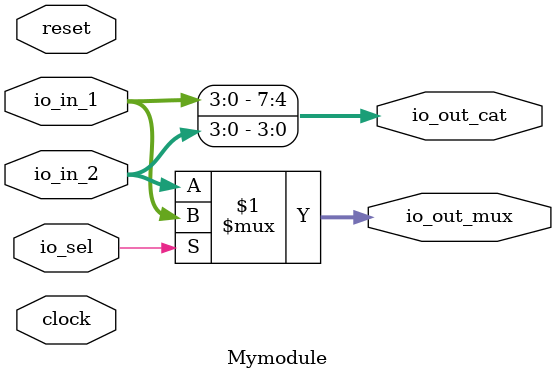
<source format=v>
module Mymodule(
  input        clock,
  input        reset,
  input  [3:0] io_in_1,
  input  [3:0] io_in_2,
  input        io_sel,
  output [3:0] io_out_mux,
  output [7:0] io_out_cat
);
  assign io_out_mux = io_sel ? io_in_1 : io_in_2; // @[main.scala 14:26]
  assign io_out_cat = {io_in_1,io_in_2}; // @[Cat.scala 31:58]
endmodule

</source>
